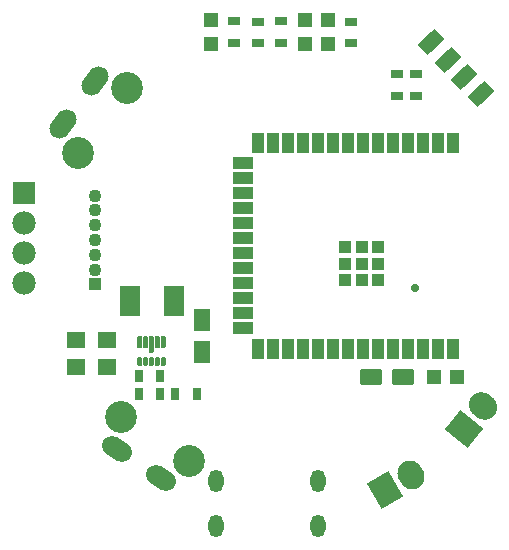
<source format=gbs>
G04*
G04 #@! TF.GenerationSoftware,Altium Limited,Altium Designer,21.2.1 (34)*
G04*
G04 Layer_Color=16711935*
%FSTAX24Y24*%
%MOIN*%
G70*
G04*
G04 #@! TF.SameCoordinates,69041C72-035C-4FA9-9E98-1EB6260ED9D6*
G04*
G04*
G04 #@! TF.FilePolarity,Negative*
G04*
G01*
G75*
%ADD39R,0.0434X0.0316*%
%ADD40R,0.0474X0.0474*%
%ADD41R,0.0316X0.0434*%
G04:AMPARAMS|DCode=42|XSize=48mil|YSize=78mil|CornerRadius=0mil|HoleSize=0mil|Usage=FLASHONLY|Rotation=134.000|XOffset=0mil|YOffset=0mil|HoleType=Round|Shape=Rectangle|*
%AMROTATEDRECTD42*
4,1,4,0.0447,0.0098,-0.0114,-0.0444,-0.0447,-0.0098,0.0114,0.0444,0.0447,0.0098,0.0*
%
%ADD42ROTATEDRECTD42*%

%ADD48R,0.0474X0.0474*%
G04:AMPARAMS|DCode=59|XSize=75.3mil|YSize=56.4mil|CornerRadius=10.1mil|HoleSize=0mil|Usage=FLASHONLY|Rotation=90.000|XOffset=0mil|YOffset=0mil|HoleType=Round|Shape=RoundedRectangle|*
%AMROUNDEDRECTD59*
21,1,0.0753,0.0363,0,0,90.0*
21,1,0.0552,0.0564,0,0,90.0*
1,1,0.0201,0.0182,0.0276*
1,1,0.0201,0.0182,-0.0276*
1,1,0.0201,-0.0182,-0.0276*
1,1,0.0201,-0.0182,0.0276*
%
%ADD59ROUNDEDRECTD59*%
%ADD61C,0.1064*%
G04:AMPARAMS|DCode=62|XSize=106.4mil|YSize=67.1mil|CornerRadius=0mil|HoleSize=0mil|Usage=FLASHONLY|Rotation=327.000|XOffset=0mil|YOffset=0mil|HoleType=Round|Shape=Round|*
%AMOVALD62*
21,1,0.0394,0.0671,0.0000,0.0000,327.0*
1,1,0.0671,-0.0165,0.0107*
1,1,0.0671,0.0165,-0.0107*
%
%ADD62OVALD62*%

G04:AMPARAMS|DCode=63|XSize=83mil|YSize=98mil|CornerRadius=0mil|HoleSize=0mil|Usage=FLASHONLY|Rotation=30.000|XOffset=0mil|YOffset=0mil|HoleType=Round|Shape=Round|*
%AMOVALD63*
21,1,0.0150,0.0830,0.0000,0.0000,120.0*
1,1,0.0830,0.0038,-0.0065*
1,1,0.0830,-0.0038,0.0065*
%
%ADD63OVALD63*%

G04:AMPARAMS|DCode=64|XSize=83mil|YSize=98mil|CornerRadius=0mil|HoleSize=0mil|Usage=FLASHONLY|Rotation=30.000|XOffset=0mil|YOffset=0mil|HoleType=Round|Shape=Rectangle|*
%AMROTATEDRECTD64*
4,1,4,-0.0114,-0.0632,-0.0604,0.0217,0.0114,0.0632,0.0604,-0.0217,-0.0114,-0.0632,0.0*
%
%ADD64ROTATEDRECTD64*%

%ADD65C,0.0434*%
%ADD66C,0.0780*%
%ADD67R,0.0780X0.0780*%
G04:AMPARAMS|DCode=68|XSize=83mil|YSize=98mil|CornerRadius=0mil|HoleSize=0mil|Usage=FLASHONLY|Rotation=51.000|XOffset=0mil|YOffset=0mil|HoleType=Round|Shape=Rectangle|*
%AMROTATEDRECTD68*
4,1,4,0.0120,-0.0631,-0.0642,-0.0014,-0.0120,0.0631,0.0642,0.0014,0.0120,-0.0631,0.0*
%
%ADD68ROTATEDRECTD68*%

G04:AMPARAMS|DCode=69|XSize=83mil|YSize=98mil|CornerRadius=0mil|HoleSize=0mil|Usage=FLASHONLY|Rotation=51.000|XOffset=0mil|YOffset=0mil|HoleType=Round|Shape=Round|*
%AMOVALD69*
21,1,0.0150,0.0830,0.0000,0.0000,141.0*
1,1,0.0830,0.0058,-0.0047*
1,1,0.0830,-0.0058,0.0047*
%
%ADD69OVALD69*%

%ADD70O,0.0513X0.0749*%
G04:AMPARAMS|DCode=71|XSize=106.4mil|YSize=67.1mil|CornerRadius=0mil|HoleSize=0mil|Usage=FLASHONLY|Rotation=233.000|XOffset=0mil|YOffset=0mil|HoleType=Round|Shape=Round|*
%AMOVALD71*
21,1,0.0394,0.0671,0.0000,0.0000,233.0*
1,1,0.0671,0.0118,0.0157*
1,1,0.0671,-0.0118,-0.0157*
%
%ADD71OVALD71*%

%ADD72R,0.0434X0.0434*%
%ADD73C,0.0280*%
%ADD104R,0.0671X0.1025*%
%ADD105R,0.0630X0.0580*%
G04:AMPARAMS|DCode=106|XSize=75.3mil|YSize=56.4mil|CornerRadius=10.1mil|HoleSize=0mil|Usage=FLASHONLY|Rotation=180.000|XOffset=0mil|YOffset=0mil|HoleType=Round|Shape=RoundedRectangle|*
%AMROUNDEDRECTD106*
21,1,0.0753,0.0363,0,0,180.0*
21,1,0.0552,0.0564,0,0,180.0*
1,1,0.0201,-0.0276,0.0182*
1,1,0.0201,0.0276,0.0182*
1,1,0.0201,0.0276,-0.0182*
1,1,0.0201,-0.0276,-0.0182*
%
%ADD106ROUNDEDRECTD106*%
%ADD107R,0.0671X0.0434*%
%ADD108R,0.0434X0.0671*%
G36*
X006691Y007781D02*
Y007783D01*
X00669Y007785D01*
X006689Y007788D01*
X006689Y00779D01*
X006688Y007793D01*
X006687Y007795D01*
X006686Y007797D01*
X006685Y007799D01*
X006683Y007801D01*
X006682Y007804D01*
X00668Y007806D01*
X006679Y007807D01*
X006677Y007809D01*
X006675Y007811D01*
X006674Y007812D01*
X006672Y007814D01*
X006669Y007815D01*
X006667Y007817D01*
X006665Y007818D01*
X006663Y007819D01*
X006661Y00782D01*
X006658Y00782D01*
X006656Y007821D01*
X006654Y007822D01*
X006651Y007822D01*
X006649D01*
X006646Y007823D01*
X006644D01*
X006585D01*
X006582D01*
X00658Y007822D01*
X006577D01*
X006575Y007822D01*
X006572Y007821D01*
X00657Y00782D01*
X006568Y00782D01*
X006565Y007819D01*
X006563Y007818D01*
X006561Y007817D01*
X006559Y007815D01*
X006557Y007814D01*
X006555Y007812D01*
X006553Y007811D01*
X006551Y007809D01*
X00655Y007807D01*
X006548Y007806D01*
X006546Y007804D01*
X006545Y007801D01*
X006544Y007799D01*
X006543Y007797D01*
X006541Y007795D01*
X006541Y007793D01*
X00654Y00779D01*
X006539Y007788D01*
X006539Y007785D01*
X006538Y007783D01*
Y007781D01*
X006537Y007778D01*
Y007576D01*
X006538Y007574D01*
Y007571D01*
X006539Y007569D01*
X006539Y007567D01*
X00654Y007564D01*
X006541Y007562D01*
X006541Y007559D01*
X006543Y007557D01*
X006544Y007555D01*
X006545Y007553D01*
X006546Y007551D01*
X006548Y007549D01*
X00655Y007547D01*
X006551Y007545D01*
X006553Y007544D01*
X006555Y007542D01*
X006557Y007541D01*
X006559Y007539D01*
X006561Y007538D01*
X006563Y007537D01*
X006565Y007535D01*
X006568Y007535D01*
X00657Y007534D01*
X006572Y007533D01*
X006575Y007533D01*
X006577Y007532D01*
X00658D01*
X006582Y007531D01*
X006585D01*
X006644D01*
X006646D01*
X006649Y007532D01*
X006651D01*
X006654Y007533D01*
X006656Y007533D01*
X006658Y007534D01*
X006661Y007535D01*
X006663Y007535D01*
X006665Y007537D01*
X006667Y007538D01*
X006669Y007539D01*
X006672Y007541D01*
X006674Y007542D01*
X006675Y007544D01*
X006677Y007545D01*
X006679Y007547D01*
X00668Y007549D01*
X006682Y007551D01*
X006683Y007553D01*
X006685Y007555D01*
X006686Y007557D01*
X006687Y007559D01*
X006688Y007562D01*
X006689Y007564D01*
X006689Y007567D01*
X00669Y007569D01*
X006691Y007571D01*
Y007574D01*
X006691Y007576D01*
Y007778D01*
X006691Y007781D01*
D02*
G37*
G36*
X006887D02*
Y007783D01*
X006887Y007785D01*
X006886Y007788D01*
X006885Y00779D01*
X006885Y007793D01*
X006884Y007795D01*
X006883Y007797D01*
X006881Y007799D01*
X00688Y007801D01*
X006879Y007804D01*
X006877Y007806D01*
X006876Y007807D01*
X006874Y007809D01*
X006872Y007811D01*
X00687Y007812D01*
X006869Y007814D01*
X006866Y007815D01*
X006864Y007817D01*
X006862Y007818D01*
X00686Y007819D01*
X006857Y00782D01*
X006855Y00782D01*
X006853Y007821D01*
X00685Y007822D01*
X006848Y007822D01*
X006846D01*
X006843Y007823D01*
X006841D01*
X006781D01*
X006779D01*
X006776Y007822D01*
X006774D01*
X006772Y007822D01*
X006769Y007821D01*
X006767Y00782D01*
X006765Y00782D01*
X006762Y007819D01*
X00676Y007818D01*
X006758Y007817D01*
X006756Y007815D01*
X006754Y007814D01*
X006752Y007812D01*
X00675Y007811D01*
X006748Y007809D01*
X006746Y007807D01*
X006745Y007806D01*
X006743Y007804D01*
X006742Y007801D01*
X006741Y007799D01*
X006739Y007797D01*
X006738Y007795D01*
X006737Y007793D01*
X006737Y00779D01*
X006736Y007788D01*
X006735Y007785D01*
X006735Y007783D01*
Y007781D01*
X006734Y007778D01*
Y007576D01*
X006735Y007574D01*
Y007571D01*
X006735Y007569D01*
X006736Y007567D01*
X006737Y007564D01*
X006737Y007562D01*
X006738Y007559D01*
X006739Y007557D01*
X006741Y007555D01*
X006742Y007553D01*
X006743Y007551D01*
X006745Y007549D01*
X006746Y007547D01*
X006748Y007545D01*
X00675Y007544D01*
X006752Y007542D01*
X006754Y007541D01*
X006756Y007539D01*
X006758Y007538D01*
X00676Y007537D01*
X006762Y007535D01*
X006765Y007535D01*
X006767Y007534D01*
X006769Y007533D01*
X006772Y007533D01*
X006774Y007532D01*
X006776D01*
X006779Y007531D01*
X006781D01*
X006841D01*
X006843D01*
X006846Y007532D01*
X006848D01*
X00685Y007533D01*
X006853Y007533D01*
X006855Y007534D01*
X006857Y007535D01*
X00686Y007535D01*
X006862Y007537D01*
X006864Y007538D01*
X006866Y007539D01*
X006869Y007541D01*
X00687Y007542D01*
X006872Y007544D01*
X006874Y007545D01*
X006876Y007547D01*
X006877Y007549D01*
X006879Y007551D01*
X00688Y007553D01*
X006881Y007555D01*
X006883Y007557D01*
X006884Y007559D01*
X006885Y007562D01*
X006885Y007564D01*
X006886Y007567D01*
X006887Y007569D01*
X006887Y007571D01*
Y007574D01*
X006888Y007576D01*
Y007778D01*
X006887Y007781D01*
D02*
G37*
G36*
X007084D02*
Y007783D01*
X007083Y007785D01*
X007083Y007788D01*
X007082Y00779D01*
X007082Y007793D01*
X007081Y007795D01*
X00708Y007797D01*
X007078Y007799D01*
X007077Y007801D01*
X007076Y007804D01*
X007074Y007806D01*
X007072Y007807D01*
X007071Y007809D01*
X007069Y007811D01*
X007067Y007812D01*
X007065Y007814D01*
X007063Y007815D01*
X007061Y007817D01*
X007059Y007818D01*
X007057Y007819D01*
X007054Y00782D01*
X007052Y00782D01*
X00705Y007821D01*
X007047Y007822D01*
X007045Y007822D01*
X007043D01*
X00704Y007823D01*
X007037D01*
X006978D01*
X006976D01*
X006973Y007822D01*
X006971D01*
X006969Y007822D01*
X006966Y007821D01*
X006964Y00782D01*
X006961Y00782D01*
X006959Y007819D01*
X006957Y007818D01*
X006955Y007817D01*
X006953Y007815D01*
X00695Y007814D01*
X006948Y007812D01*
X006947Y007811D01*
X006945Y007809D01*
X006943Y007807D01*
X006942Y007806D01*
X00694Y007804D01*
X006939Y007801D01*
X006937Y007799D01*
X006936Y007797D01*
X006935Y007795D01*
X006934Y007793D01*
X006933Y00779D01*
X006933Y007788D01*
X006932Y007785D01*
X006931Y007783D01*
Y007781D01*
X006931Y007778D01*
Y007576D01*
X006931Y007574D01*
Y007571D01*
X006932Y007569D01*
X006933Y007567D01*
X006933Y007564D01*
X006934Y007562D01*
X006935Y007559D01*
X006936Y007557D01*
X006937Y007555D01*
X006939Y007553D01*
X00694Y007551D01*
X006942Y007549D01*
X006943Y007547D01*
X006945Y007545D01*
X006947Y007544D01*
X006948Y007542D01*
X00695Y007541D01*
X006953Y007539D01*
X006955Y007538D01*
X006957Y007537D01*
X006959Y007535D01*
X006961Y007535D01*
X006964Y007534D01*
X006966Y007533D01*
X006969Y007533D01*
X006971Y007532D01*
X006973D01*
X006976Y007531D01*
X006978D01*
X007037D01*
X00704D01*
X007043Y007532D01*
X007045D01*
X007047Y007533D01*
X00705Y007533D01*
X007052Y007534D01*
X007054Y007535D01*
X007057Y007535D01*
X007059Y007537D01*
X007061Y007538D01*
X007063Y007539D01*
X007065Y007541D01*
X007067Y007542D01*
X007069Y007544D01*
X007071Y007545D01*
X007072Y007547D01*
X007074Y007549D01*
X007076Y007551D01*
X007077Y007553D01*
X007078Y007555D01*
X00708Y007557D01*
X007081Y007559D01*
X007082Y007562D01*
X007082Y007564D01*
X007083Y007567D01*
X007083Y007569D01*
X007084Y007571D01*
Y007574D01*
X007085Y007576D01*
Y007778D01*
X007084Y007781D01*
D02*
G37*
G36*
X007281D02*
Y007783D01*
X00728Y007785D01*
X00728Y007788D01*
X007279Y00779D01*
X007278Y007793D01*
X007278Y007795D01*
X007276Y007797D01*
X007275Y007799D01*
X007274Y007801D01*
X007272Y007804D01*
X007271Y007806D01*
X007269Y007807D01*
X007268Y007809D01*
X007266Y007811D01*
X007264Y007812D01*
X007262Y007814D01*
X00726Y007815D01*
X007258Y007817D01*
X007256Y007818D01*
X007254Y007819D01*
X007251Y00782D01*
X007249Y00782D01*
X007246Y007821D01*
X007244Y007822D01*
X007242Y007822D01*
X007239D01*
X007237Y007823D01*
X007234D01*
X007175D01*
X007173D01*
X00717Y007822D01*
X007168D01*
X007165Y007822D01*
X007163Y007821D01*
X007161Y00782D01*
X007158Y00782D01*
X007156Y007819D01*
X007154Y007818D01*
X007152Y007817D01*
X00715Y007815D01*
X007147Y007814D01*
X007145Y007812D01*
X007144Y007811D01*
X007142Y007809D01*
X00714Y007807D01*
X007139Y007806D01*
X007137Y007804D01*
X007135Y007801D01*
X007134Y007799D01*
X007133Y007797D01*
X007132Y007795D01*
X007131Y007793D01*
X00713Y00779D01*
X00713Y007788D01*
X007129Y007785D01*
X007128Y007783D01*
Y007781D01*
X007128Y007778D01*
Y007576D01*
X007128Y007574D01*
Y007571D01*
X007129Y007569D01*
X00713Y007567D01*
X00713Y007564D01*
X007131Y007562D01*
X007132Y007559D01*
X007133Y007557D01*
X007134Y007555D01*
X007135Y007553D01*
X007137Y007551D01*
X007139Y007549D01*
X00714Y007547D01*
X007142Y007545D01*
X007144Y007544D01*
X007145Y007542D01*
X007147Y007541D01*
X00715Y007539D01*
X007152Y007538D01*
X007154Y007537D01*
X007156Y007535D01*
X007158Y007535D01*
X007161Y007534D01*
X007163Y007533D01*
X007165Y007533D01*
X007168Y007532D01*
X00717D01*
X007173Y007531D01*
X007175D01*
X007234D01*
X007237D01*
X007239Y007532D01*
X007242D01*
X007244Y007533D01*
X007246Y007533D01*
X007249Y007534D01*
X007251Y007535D01*
X007254Y007535D01*
X007256Y007537D01*
X007258Y007538D01*
X00726Y007539D01*
X007262Y007541D01*
X007264Y007542D01*
X007266Y007544D01*
X007268Y007545D01*
X007269Y007547D01*
X007271Y007549D01*
X007272Y007551D01*
X007274Y007553D01*
X007275Y007555D01*
X007276Y007557D01*
X007278Y007559D01*
X007278Y007562D01*
X007279Y007564D01*
X00728Y007567D01*
X00728Y007569D01*
X007281Y007571D01*
Y007574D01*
X007282Y007576D01*
Y007778D01*
X007281Y007781D01*
D02*
G37*
G36*
X007478D02*
Y007783D01*
X007477Y007785D01*
X007477Y007788D01*
X007476Y00779D01*
X007475Y007793D01*
X007474Y007795D01*
X007473Y007797D01*
X007472Y007799D01*
X007471Y007801D01*
X007469Y007804D01*
X007468Y007806D01*
X007466Y007807D01*
X007465Y007809D01*
X007463Y007811D01*
X007461Y007812D01*
X007459Y007814D01*
X007457Y007815D01*
X007455Y007817D01*
X007452Y007818D01*
X00745Y007819D01*
X007448Y00782D01*
X007446Y00782D01*
X007443Y007821D01*
X007441Y007822D01*
X007439Y007822D01*
X007436D01*
X007433Y007823D01*
X007431D01*
X007372D01*
X00737D01*
X007367Y007822D01*
X007365D01*
X007362Y007822D01*
X00736Y007821D01*
X007357Y00782D01*
X007355Y00782D01*
X007353Y007819D01*
X007351Y007818D01*
X007348Y007817D01*
X007346Y007815D01*
X007344Y007814D01*
X007342Y007812D01*
X007341Y007811D01*
X007339Y007809D01*
X007337Y007807D01*
X007335Y007806D01*
X007334Y007804D01*
X007332Y007801D01*
X007331Y007799D01*
X00733Y007797D01*
X007329Y007795D01*
X007328Y007793D01*
X007327Y00779D01*
X007326Y007788D01*
X007326Y007785D01*
X007325Y007783D01*
Y007781D01*
X007325Y007778D01*
Y007576D01*
X007325Y007574D01*
Y007571D01*
X007326Y007569D01*
X007326Y007567D01*
X007327Y007564D01*
X007328Y007562D01*
X007329Y007559D01*
X00733Y007557D01*
X007331Y007555D01*
X007332Y007553D01*
X007334Y007551D01*
X007335Y007549D01*
X007337Y007547D01*
X007339Y007545D01*
X007341Y007544D01*
X007342Y007542D01*
X007344Y007541D01*
X007346Y007539D01*
X007348Y007538D01*
X007351Y007537D01*
X007353Y007535D01*
X007355Y007535D01*
X007357Y007534D01*
X00736Y007533D01*
X007362Y007533D01*
X007365Y007532D01*
X007367D01*
X00737Y007531D01*
X007372D01*
X007431D01*
X007433D01*
X007436Y007532D01*
X007439D01*
X007441Y007533D01*
X007443Y007533D01*
X007446Y007534D01*
X007448Y007535D01*
X00745Y007535D01*
X007452Y007537D01*
X007455Y007538D01*
X007457Y007539D01*
X007459Y007541D01*
X007461Y007542D01*
X007463Y007544D01*
X007465Y007545D01*
X007466Y007547D01*
X007468Y007549D01*
X007469Y007551D01*
X007471Y007553D01*
X007472Y007555D01*
X007473Y007557D01*
X007474Y007559D01*
X007475Y007562D01*
X007476Y007564D01*
X007477Y007567D01*
X007477Y007569D01*
X007478Y007571D01*
Y007574D01*
X007478Y007576D01*
Y007778D01*
X007478Y007781D01*
D02*
G37*
G36*
X007084Y008489D02*
Y008492D01*
X007083Y008494D01*
X007083Y008496D01*
X007082Y008499D01*
X007082Y008501D01*
X007081Y008504D01*
X00708Y008506D01*
X007078Y008508D01*
X007077Y00851D01*
X007076Y008512D01*
X007074Y008514D01*
X007072Y008516D01*
X007071Y008518D01*
X007069Y008519D01*
X007067Y008521D01*
X007065Y008522D01*
X007063Y008524D01*
X007061Y008525D01*
X007059Y008526D01*
X007057Y008528D01*
X007054Y008528D01*
X007052Y008529D01*
X00705Y00853D01*
X007047Y00853D01*
X007045Y008531D01*
X007043D01*
X00704Y008532D01*
X007037D01*
X006978D01*
X006976D01*
X006973Y008531D01*
X006971D01*
X006969Y00853D01*
X006966Y00853D01*
X006964Y008529D01*
X006961Y008528D01*
X006959Y008528D01*
X006957Y008526D01*
X006955Y008525D01*
X006953Y008524D01*
X00695Y008522D01*
X006948Y008521D01*
X006947Y008519D01*
X006945Y008518D01*
X006943Y008516D01*
X006942Y008514D01*
X00694Y008512D01*
X006939Y00851D01*
X006937Y008508D01*
X006936Y008506D01*
X006935Y008504D01*
X006934Y008501D01*
X006933Y008499D01*
X006933Y008496D01*
X006932Y008494D01*
X006931Y008492D01*
Y008489D01*
X006931Y008487D01*
Y008009D01*
X006931Y008007D01*
Y008004D01*
X006932Y008002D01*
X006933Y008D01*
X006933Y007997D01*
X006934Y007995D01*
X006935Y007993D01*
X006936Y007991D01*
X006937Y007988D01*
X006939Y007986D01*
X00694Y007984D01*
X006942Y007982D01*
X006943Y00798D01*
X006945Y007978D01*
X006947Y007977D01*
X006948Y007975D01*
X00695Y007974D01*
X006953Y007972D01*
X006955Y007971D01*
X006957Y00797D01*
X006959Y007969D01*
X006961Y007968D01*
X006964Y007967D01*
X006966Y007966D01*
X006969Y007966D01*
X006971Y007965D01*
X006973D01*
X006976Y007965D01*
X006978D01*
X007037D01*
X00704D01*
X007043Y007965D01*
X007045D01*
X007047Y007966D01*
X00705Y007966D01*
X007052Y007967D01*
X007054Y007968D01*
X007057Y007969D01*
X007059Y00797D01*
X007061Y007971D01*
X007063Y007972D01*
X007065Y007974D01*
X007067Y007975D01*
X007069Y007977D01*
X007071Y007978D01*
X007072Y00798D01*
X007074Y007982D01*
X007076Y007984D01*
X007077Y007986D01*
X007078Y007988D01*
X00708Y007991D01*
X007081Y007993D01*
X007082Y007995D01*
X007082Y007997D01*
X007083Y008D01*
X007083Y008002D01*
X007084Y008004D01*
Y008007D01*
X007085Y008009D01*
Y008487D01*
X007084Y008489D01*
D02*
G37*
G36*
X006887D02*
Y008492D01*
X006887Y008494D01*
X006886Y008496D01*
X006885Y008499D01*
X006885Y008501D01*
X006884Y008504D01*
X006883Y008506D01*
X006881Y008508D01*
X00688Y00851D01*
X006879Y008512D01*
X006877Y008514D01*
X006876Y008516D01*
X006874Y008518D01*
X006872Y008519D01*
X00687Y008521D01*
X006869Y008522D01*
X006866Y008524D01*
X006864Y008525D01*
X006862Y008526D01*
X00686Y008528D01*
X006857Y008528D01*
X006855Y008529D01*
X006853Y00853D01*
X00685Y00853D01*
X006848Y008531D01*
X006846D01*
X006843Y008532D01*
X006841D01*
X006781D01*
X006779D01*
X006776Y008531D01*
X006774D01*
X006772Y00853D01*
X006769Y00853D01*
X006767Y008529D01*
X006765Y008528D01*
X006762Y008528D01*
X00676Y008526D01*
X006758Y008525D01*
X006756Y008524D01*
X006754Y008522D01*
X006752Y008521D01*
X00675Y008519D01*
X006748Y008518D01*
X006746Y008516D01*
X006745Y008514D01*
X006743Y008512D01*
X006742Y00851D01*
X006741Y008508D01*
X006739Y008506D01*
X006738Y008504D01*
X006737Y008501D01*
X006737Y008499D01*
X006736Y008496D01*
X006735Y008494D01*
X006735Y008492D01*
Y008489D01*
X006734Y008487D01*
Y008167D01*
X006735Y008164D01*
Y008162D01*
X006735Y008159D01*
X006736Y008157D01*
X006737Y008155D01*
X006737Y008152D01*
X006738Y00815D01*
X006739Y008148D01*
X006741Y008146D01*
X006742Y008144D01*
X006743Y008141D01*
X006745Y008139D01*
X006746Y008138D01*
X006748Y008136D01*
X00675Y008134D01*
X006752Y008133D01*
X006754Y008131D01*
X006756Y00813D01*
X006758Y008128D01*
X00676Y008127D01*
X006762Y008126D01*
X006765Y008125D01*
X006767Y008124D01*
X006769Y008124D01*
X006772Y008123D01*
X006774Y008122D01*
X006776D01*
X006779Y008122D01*
X006781D01*
X006841D01*
X006843D01*
X006846Y008122D01*
X006848D01*
X00685Y008123D01*
X006853Y008124D01*
X006855Y008124D01*
X006857Y008125D01*
X00686Y008126D01*
X006862Y008127D01*
X006864Y008128D01*
X006866Y00813D01*
X006869Y008131D01*
X00687Y008133D01*
X006872Y008134D01*
X006874Y008136D01*
X006876Y008138D01*
X006877Y008139D01*
X006879Y008141D01*
X00688Y008144D01*
X006881Y008146D01*
X006883Y008148D01*
X006884Y00815D01*
X006885Y008152D01*
X006885Y008155D01*
X006886Y008157D01*
X006887Y008159D01*
X006887Y008162D01*
Y008164D01*
X006888Y008167D01*
Y008487D01*
X006887Y008489D01*
D02*
G37*
G36*
X006691D02*
Y008492D01*
X00669Y008494D01*
X006689Y008496D01*
X006689Y008499D01*
X006688Y008501D01*
X006687Y008504D01*
X006686Y008506D01*
X006685Y008508D01*
X006683Y00851D01*
X006682Y008512D01*
X00668Y008514D01*
X006679Y008516D01*
X006677Y008518D01*
X006675Y008519D01*
X006674Y008521D01*
X006672Y008522D01*
X006669Y008524D01*
X006667Y008525D01*
X006665Y008526D01*
X006663Y008528D01*
X006661Y008528D01*
X006658Y008529D01*
X006656Y00853D01*
X006654Y00853D01*
X006651Y008531D01*
X006649D01*
X006646Y008532D01*
X006644D01*
X006585D01*
X006582D01*
X00658Y008531D01*
X006577D01*
X006575Y00853D01*
X006572Y00853D01*
X00657Y008529D01*
X006568Y008528D01*
X006565Y008528D01*
X006563Y008526D01*
X006561Y008525D01*
X006559Y008524D01*
X006557Y008522D01*
X006555Y008521D01*
X006553Y008519D01*
X006551Y008518D01*
X00655Y008516D01*
X006548Y008514D01*
X006546Y008512D01*
X006545Y00851D01*
X006544Y008508D01*
X006543Y008506D01*
X006541Y008504D01*
X006541Y008501D01*
X00654Y008499D01*
X006539Y008496D01*
X006539Y008494D01*
X006538Y008492D01*
Y008489D01*
X006537Y008487D01*
Y008167D01*
X006538Y008164D01*
Y008162D01*
X006539Y008159D01*
X006539Y008157D01*
X00654Y008155D01*
X006541Y008152D01*
X006541Y00815D01*
X006543Y008148D01*
X006544Y008146D01*
X006545Y008144D01*
X006546Y008141D01*
X006548Y008139D01*
X00655Y008138D01*
X006551Y008136D01*
X006553Y008134D01*
X006555Y008133D01*
X006557Y008131D01*
X006559Y00813D01*
X006561Y008128D01*
X006563Y008127D01*
X006565Y008126D01*
X006568Y008125D01*
X00657Y008124D01*
X006572Y008124D01*
X006575Y008123D01*
X006577Y008122D01*
X00658D01*
X006582Y008122D01*
X006585D01*
X006644D01*
X006646D01*
X006649Y008122D01*
X006651D01*
X006654Y008123D01*
X006656Y008124D01*
X006658Y008124D01*
X006661Y008125D01*
X006663Y008126D01*
X006665Y008127D01*
X006667Y008128D01*
X006669Y00813D01*
X006672Y008131D01*
X006674Y008133D01*
X006675Y008134D01*
X006677Y008136D01*
X006679Y008138D01*
X00668Y008139D01*
X006682Y008141D01*
X006683Y008144D01*
X006685Y008146D01*
X006686Y008148D01*
X006687Y00815D01*
X006688Y008152D01*
X006689Y008155D01*
X006689Y008157D01*
X00669Y008159D01*
X006691Y008162D01*
Y008164D01*
X006691Y008167D01*
Y008487D01*
X006691Y008489D01*
D02*
G37*
G36*
X007478D02*
Y008492D01*
X007477Y008494D01*
X007477Y008496D01*
X007476Y008499D01*
X007475Y008501D01*
X007474Y008504D01*
X007473Y008506D01*
X007472Y008508D01*
X007471Y00851D01*
X007469Y008512D01*
X007468Y008514D01*
X007466Y008516D01*
X007465Y008518D01*
X007463Y008519D01*
X007461Y008521D01*
X007459Y008522D01*
X007457Y008524D01*
X007455Y008525D01*
X007452Y008526D01*
X00745Y008528D01*
X007448Y008528D01*
X007446Y008529D01*
X007443Y00853D01*
X007441Y00853D01*
X007439Y008531D01*
X007436D01*
X007433Y008532D01*
X007431D01*
X007372D01*
X00737D01*
X007367Y008531D01*
X007365D01*
X007362Y00853D01*
X00736Y00853D01*
X007357Y008529D01*
X007355Y008528D01*
X007353Y008528D01*
X007351Y008526D01*
X007348Y008525D01*
X007346Y008524D01*
X007344Y008522D01*
X007342Y008521D01*
X007341Y008519D01*
X007339Y008518D01*
X007337Y008516D01*
X007335Y008514D01*
X007334Y008512D01*
X007332Y00851D01*
X007331Y008508D01*
X00733Y008506D01*
X007329Y008504D01*
X007328Y008501D01*
X007327Y008499D01*
X007326Y008496D01*
X007326Y008494D01*
X007325Y008492D01*
Y008489D01*
X007325Y008487D01*
Y008167D01*
X007325Y008164D01*
Y008162D01*
X007326Y008159D01*
X007326Y008157D01*
X007327Y008155D01*
X007328Y008152D01*
X007329Y00815D01*
X00733Y008148D01*
X007331Y008146D01*
X007332Y008144D01*
X007334Y008141D01*
X007335Y008139D01*
X007337Y008138D01*
X007339Y008136D01*
X007341Y008134D01*
X007342Y008133D01*
X007344Y008131D01*
X007346Y00813D01*
X007348Y008128D01*
X007351Y008127D01*
X007353Y008126D01*
X007355Y008125D01*
X007357Y008124D01*
X00736Y008124D01*
X007362Y008123D01*
X007365Y008122D01*
X007367D01*
X00737Y008122D01*
X007372D01*
X007431D01*
X007433D01*
X007436Y008122D01*
X007439D01*
X007441Y008123D01*
X007443Y008124D01*
X007446Y008124D01*
X007448Y008125D01*
X00745Y008126D01*
X007452Y008127D01*
X007455Y008128D01*
X007457Y00813D01*
X007459Y008131D01*
X007461Y008133D01*
X007463Y008134D01*
X007465Y008136D01*
X007466Y008138D01*
X007468Y008139D01*
X007469Y008141D01*
X007471Y008144D01*
X007472Y008146D01*
X007473Y008148D01*
X007474Y00815D01*
X007475Y008152D01*
X007476Y008155D01*
X007477Y008157D01*
X007477Y008159D01*
X007478Y008162D01*
Y008164D01*
X007478Y008167D01*
Y008487D01*
X007478Y008489D01*
D02*
G37*
G36*
X007281D02*
Y008492D01*
X00728Y008494D01*
X00728Y008496D01*
X007279Y008499D01*
X007278Y008501D01*
X007278Y008504D01*
X007276Y008506D01*
X007275Y008508D01*
X007274Y00851D01*
X007272Y008512D01*
X007271Y008514D01*
X007269Y008516D01*
X007268Y008518D01*
X007266Y008519D01*
X007264Y008521D01*
X007262Y008522D01*
X00726Y008524D01*
X007258Y008525D01*
X007256Y008526D01*
X007254Y008528D01*
X007251Y008528D01*
X007249Y008529D01*
X007246Y00853D01*
X007244Y00853D01*
X007242Y008531D01*
X007239D01*
X007237Y008532D01*
X007234D01*
X007175D01*
X007173D01*
X00717Y008531D01*
X007168D01*
X007165Y00853D01*
X007163Y00853D01*
X007161Y008529D01*
X007158Y008528D01*
X007156Y008528D01*
X007154Y008526D01*
X007152Y008525D01*
X00715Y008524D01*
X007147Y008522D01*
X007145Y008521D01*
X007144Y008519D01*
X007142Y008518D01*
X00714Y008516D01*
X007139Y008514D01*
X007137Y008512D01*
X007135Y00851D01*
X007134Y008508D01*
X007133Y008506D01*
X007132Y008504D01*
X007131Y008501D01*
X00713Y008499D01*
X00713Y008496D01*
X007129Y008494D01*
X007128Y008492D01*
Y008489D01*
X007128Y008487D01*
Y008167D01*
X007128Y008164D01*
Y008162D01*
X007129Y008159D01*
X00713Y008157D01*
X00713Y008155D01*
X007131Y008152D01*
X007132Y00815D01*
X007133Y008148D01*
X007134Y008146D01*
X007135Y008144D01*
X007137Y008141D01*
X007139Y008139D01*
X00714Y008138D01*
X007142Y008136D01*
X007144Y008134D01*
X007145Y008133D01*
X007147Y008131D01*
X00715Y00813D01*
X007152Y008128D01*
X007154Y008127D01*
X007156Y008126D01*
X007158Y008125D01*
X007161Y008124D01*
X007163Y008124D01*
X007165Y008123D01*
X007168Y008122D01*
X00717D01*
X007173Y008122D01*
X007175D01*
X007234D01*
X007237D01*
X007239Y008122D01*
X007242D01*
X007244Y008123D01*
X007246Y008124D01*
X007249Y008124D01*
X007251Y008125D01*
X007254Y008126D01*
X007256Y008127D01*
X007258Y008128D01*
X00726Y00813D01*
X007262Y008131D01*
X007264Y008133D01*
X007266Y008134D01*
X007268Y008136D01*
X007269Y008138D01*
X007271Y008139D01*
X007272Y008141D01*
X007274Y008144D01*
X007275Y008146D01*
X007276Y008148D01*
X007278Y00815D01*
X007278Y008152D01*
X007279Y008155D01*
X00728Y008157D01*
X00728Y008159D01*
X007281Y008162D01*
Y008164D01*
X007282Y008167D01*
Y008487D01*
X007281Y008489D01*
D02*
G37*
D39*
X013661Y018297D02*
D03*
X013661Y019011D02*
D03*
X010547Y018297D02*
D03*
X010547Y019011D02*
D03*
X011326Y019026D02*
D03*
X011326Y018311D02*
D03*
X009769Y019026D02*
D03*
X009769Y018311D02*
D03*
X015827Y01654D02*
D03*
X015827Y017255D02*
D03*
X015197Y01654D02*
D03*
X015197Y017255D02*
D03*
D40*
X012898Y018281D02*
D03*
Y019071D02*
D03*
X009006D02*
D03*
Y018281D02*
D03*
X01212D02*
D03*
Y019071D02*
D03*
D41*
X007294Y006614D02*
D03*
X006579Y006614D02*
D03*
X008514Y006614D02*
D03*
X0078Y006614D02*
D03*
X007294Y007205D02*
D03*
X006579Y007205D02*
D03*
D42*
X016329Y018316D02*
D03*
X016885Y017741D02*
D03*
X017441Y017165D02*
D03*
X017997Y01659D02*
D03*
D48*
X017207Y007165D02*
D03*
X016417D02*
D03*
D59*
X008701Y008012D02*
D03*
Y009075D02*
D03*
D61*
X005995Y005832D02*
D03*
X008273Y004352D02*
D03*
X006186Y016809D02*
D03*
X004551Y01464D02*
D03*
D62*
X007341Y003784D02*
D03*
X005855Y004749D02*
D03*
D63*
X015669Y003898D02*
D03*
D64*
X014803Y003398D02*
D03*
D65*
X005118Y011732D02*
D03*
Y01124D02*
D03*
Y013209D02*
D03*
Y012717D02*
D03*
Y010748D02*
D03*
Y012224D02*
D03*
D66*
X002756Y010283D02*
D03*
Y011283D02*
D03*
Y012283D02*
D03*
D67*
Y013283D02*
D03*
D68*
X017441Y005433D02*
D03*
D69*
X01807Y00621D02*
D03*
D70*
X012567Y003706D02*
D03*
X009165D02*
D03*
X012567Y00221D02*
D03*
X009165Y00221D02*
D03*
D71*
X00405Y01561D02*
D03*
X005116Y017024D02*
D03*
D72*
X014567Y011496D02*
D03*
Y010945D02*
D03*
X014567Y010394D02*
D03*
X013465Y011496D02*
D03*
Y010945D02*
D03*
Y010394D02*
D03*
X014016Y011496D02*
D03*
Y010394D02*
D03*
X014016Y010945D02*
D03*
X005118Y010256D02*
D03*
D73*
X015787Y010118D02*
D03*
D104*
X006299Y009685D02*
D03*
X007756D02*
D03*
D105*
X004488Y007503D02*
D03*
Y008403D02*
D03*
X005512Y007503D02*
D03*
Y008403D02*
D03*
D106*
X015394Y007165D02*
D03*
X014331D02*
D03*
D107*
X010063Y014285D02*
D03*
Y013785D02*
D03*
Y013285D02*
D03*
X010063Y012785D02*
D03*
X010063Y012285D02*
D03*
Y011785D02*
D03*
Y011285D02*
D03*
Y010785D02*
D03*
Y010285D02*
D03*
X010063Y009785D02*
D03*
X010063Y009285D02*
D03*
Y008785D02*
D03*
D108*
X017055Y01498D02*
D03*
X016555D02*
D03*
X016055D02*
D03*
X015555D02*
D03*
X015055D02*
D03*
X014555Y01498D02*
D03*
X014055Y01498D02*
D03*
X013555D02*
D03*
X013055D02*
D03*
X012555D02*
D03*
X012055Y01498D02*
D03*
X011555Y01498D02*
D03*
X011055D02*
D03*
X010555D02*
D03*
Y008091D02*
D03*
X011055Y008091D02*
D03*
X011555D02*
D03*
X012055D02*
D03*
X012555D02*
D03*
X013055D02*
D03*
X013555D02*
D03*
X014055Y008091D02*
D03*
X014555Y008091D02*
D03*
X015055D02*
D03*
X015555Y008091D02*
D03*
X016055D02*
D03*
X016555Y008091D02*
D03*
X017055D02*
D03*
M02*

</source>
